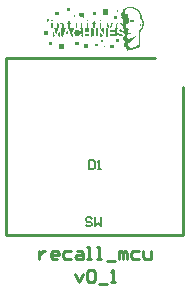
<source format=gto>
G04 Layer_Color=65535*
%FSLAX25Y25*%
%MOIN*%
G70*
G01*
G75*
%ADD17C,0.00600*%
%ADD18C,0.01000*%
G36*
X1684Y38252D02*
X1785D01*
Y38151D01*
X1886D01*
Y38050D01*
Y37949D01*
X1987D01*
Y37848D01*
X2087D01*
Y37747D01*
Y37647D01*
X2188D01*
Y37546D01*
Y37445D01*
X2289D01*
Y37344D01*
X2390D01*
Y37243D01*
Y37142D01*
Y37042D01*
X2592D01*
Y36941D01*
Y36840D01*
X2692D01*
Y36739D01*
X2390D01*
Y36638D01*
X1583D01*
Y36739D01*
Y36840D01*
Y36941D01*
Y37042D01*
Y37142D01*
Y37243D01*
Y37344D01*
Y37445D01*
Y37546D01*
Y37647D01*
Y37747D01*
Y37848D01*
Y37949D01*
Y38050D01*
Y38151D01*
Y38252D01*
Y38353D01*
X1684D01*
Y38252D01*
D02*
G37*
G36*
X4407Y39260D02*
Y39159D01*
Y39059D01*
Y38958D01*
Y38857D01*
Y38756D01*
Y38655D01*
Y38554D01*
Y38453D01*
Y38353D01*
Y38252D01*
Y38151D01*
Y38050D01*
Y37949D01*
Y37848D01*
Y37747D01*
Y37647D01*
Y37546D01*
Y37445D01*
Y37344D01*
Y37243D01*
Y37142D01*
Y37042D01*
Y36941D01*
Y36840D01*
Y36739D01*
Y36638D01*
X3701D01*
Y36739D01*
Y36840D01*
Y36941D01*
Y37042D01*
Y37142D01*
Y37243D01*
Y37344D01*
Y37445D01*
Y37546D01*
Y37647D01*
Y37747D01*
Y37848D01*
Y37949D01*
Y38050D01*
Y38151D01*
Y38252D01*
Y38353D01*
Y38453D01*
Y38554D01*
Y38655D01*
Y38756D01*
Y38857D01*
Y38958D01*
Y39059D01*
Y39159D01*
Y39260D01*
Y39361D01*
X4407D01*
Y39260D01*
D02*
G37*
G36*
X-535D02*
X-434D01*
Y39159D01*
Y39059D01*
Y38958D01*
Y38857D01*
Y38756D01*
Y38655D01*
Y38554D01*
Y38453D01*
Y38353D01*
Y38252D01*
Y38151D01*
Y38050D01*
Y37949D01*
Y37848D01*
Y37747D01*
Y37647D01*
Y37546D01*
Y37445D01*
Y37344D01*
Y37243D01*
Y37142D01*
Y37042D01*
Y36941D01*
Y36840D01*
Y36739D01*
X-1039D01*
Y36638D01*
X-1140D01*
Y36739D01*
Y36840D01*
Y36941D01*
Y37042D01*
Y37142D01*
Y37243D01*
Y37344D01*
Y37445D01*
Y37546D01*
Y37647D01*
Y37747D01*
Y37848D01*
Y37949D01*
Y38050D01*
Y38151D01*
Y38252D01*
Y38353D01*
Y38453D01*
Y38554D01*
Y38655D01*
Y38756D01*
Y38857D01*
Y38958D01*
Y39059D01*
Y39159D01*
Y39260D01*
Y39361D01*
X-535D01*
Y39260D01*
D02*
G37*
G36*
X-10821Y41176D02*
X-10619D01*
Y41076D01*
X-10518D01*
Y40975D01*
X-10418D01*
Y40874D01*
Y40773D01*
Y40672D01*
X-10317D01*
Y40571D01*
Y40470D01*
Y40369D01*
Y40269D01*
Y40168D01*
Y40067D01*
Y39966D01*
Y39865D01*
Y39764D01*
Y39664D01*
Y39563D01*
Y39462D01*
Y39361D01*
X-9712D01*
Y39260D01*
Y39159D01*
Y39059D01*
X-9813D01*
Y38958D01*
Y38857D01*
Y38756D01*
X-9913D01*
Y38655D01*
Y38554D01*
X-10014D01*
Y38453D01*
Y38353D01*
Y38252D01*
X-10115D01*
Y38151D01*
Y38050D01*
X-10216D01*
Y37949D01*
Y37848D01*
Y37747D01*
X-10317D01*
Y37647D01*
Y37546D01*
Y37445D01*
X-10418D01*
Y37344D01*
Y37243D01*
X-10518D01*
Y37142D01*
Y37042D01*
Y36941D01*
X-10619D01*
Y36840D01*
Y36739D01*
X-10720D01*
Y36638D01*
X-10821D01*
Y36739D01*
X-11124D01*
Y36840D01*
Y36941D01*
Y37042D01*
Y37142D01*
Y37243D01*
Y37344D01*
Y37445D01*
Y37546D01*
Y37647D01*
Y37747D01*
Y37848D01*
Y37949D01*
Y38050D01*
Y38151D01*
Y38252D01*
Y38353D01*
Y38453D01*
Y38554D01*
Y38655D01*
Y38756D01*
Y38857D01*
Y38958D01*
Y39059D01*
Y39159D01*
Y39260D01*
Y39361D01*
X-10821D01*
Y39462D01*
Y39563D01*
Y39664D01*
Y39764D01*
Y39865D01*
Y39966D01*
Y40067D01*
Y40168D01*
Y40269D01*
Y40369D01*
Y40470D01*
Y40571D01*
Y40672D01*
X-10922D01*
Y40773D01*
X-11023D01*
Y40874D01*
X-11124D01*
Y40975D01*
X-11729D01*
Y41076D01*
X-11628D01*
Y41176D01*
X-11426D01*
Y41277D01*
X-10821D01*
Y41176D01*
D02*
G37*
G36*
X-8401Y41781D02*
Y41680D01*
Y41580D01*
Y41479D01*
Y41378D01*
Y41277D01*
Y41176D01*
X-7896D01*
Y41076D01*
Y40975D01*
X-8300D01*
Y40874D01*
Y40773D01*
X-8401D01*
Y40672D01*
Y40571D01*
X-8300D01*
Y40470D01*
Y40369D01*
X-8401D01*
Y40269D01*
Y40168D01*
Y40067D01*
Y39966D01*
Y39865D01*
Y39764D01*
Y39664D01*
Y39563D01*
Y39462D01*
X-8300D01*
Y39361D01*
X-6787D01*
Y39260D01*
X-6888D01*
Y39159D01*
X-6989D01*
Y39059D01*
X-7090D01*
Y38958D01*
X-7191D01*
Y38857D01*
X-7291D01*
Y38756D01*
Y38655D01*
X-7392D01*
Y38554D01*
Y38453D01*
Y38353D01*
Y38252D01*
X-7493D01*
Y38151D01*
Y38050D01*
Y37949D01*
Y37848D01*
Y37747D01*
Y37647D01*
Y37546D01*
Y37445D01*
X-7392D01*
Y37344D01*
Y37243D01*
Y37142D01*
X-7291D01*
Y37042D01*
Y36941D01*
X-7191D01*
Y36840D01*
Y36739D01*
X-7392D01*
Y36638D01*
X-7594D01*
Y36739D01*
X-7896D01*
Y36840D01*
Y36941D01*
Y37042D01*
X-7997D01*
Y37142D01*
Y37243D01*
X-8098D01*
Y37344D01*
Y37445D01*
Y37546D01*
X-8199D01*
Y37647D01*
Y37747D01*
Y37848D01*
X-8300D01*
Y37949D01*
Y38050D01*
X-8401D01*
Y38151D01*
Y38252D01*
Y38353D01*
X-8501D01*
Y38453D01*
Y38554D01*
Y38655D01*
Y38756D01*
X-8602D01*
Y38857D01*
Y38958D01*
X-8703D01*
Y39059D01*
Y39159D01*
Y39260D01*
X-8804D01*
Y39361D01*
Y39462D01*
Y39563D01*
Y39664D01*
Y39764D01*
X-8905D01*
Y39865D01*
Y39966D01*
Y40067D01*
Y40168D01*
Y40269D01*
Y40369D01*
Y40470D01*
Y40571D01*
Y40672D01*
Y40773D01*
Y40874D01*
Y40975D01*
X-9308D01*
Y41076D01*
Y41176D01*
X-8905D01*
Y41277D01*
X-8804D01*
Y41378D01*
Y41479D01*
Y41580D01*
Y41680D01*
Y41781D01*
Y41882D01*
X-8401D01*
Y41781D01*
D02*
G37*
G36*
X-8602Y36840D02*
Y36739D01*
X-9913D01*
Y36840D01*
Y36941D01*
X-8602D01*
Y36840D01*
D02*
G37*
G36*
X-9107Y38453D02*
Y38353D01*
Y38252D01*
X-9006D01*
Y38151D01*
Y38050D01*
Y37949D01*
X-8905D01*
Y37848D01*
Y37747D01*
Y37647D01*
X-8804D01*
Y37546D01*
X-8905D01*
Y37445D01*
X-9611D01*
Y37546D01*
Y37647D01*
Y37747D01*
Y37848D01*
X-9510D01*
Y37949D01*
Y38050D01*
Y38151D01*
X-9409D01*
Y38252D01*
Y38353D01*
X-9308D01*
Y38453D01*
Y38554D01*
X-9107D01*
Y38453D01*
D02*
G37*
G36*
X2188Y41076D02*
Y40975D01*
Y40874D01*
Y40773D01*
Y40672D01*
Y40571D01*
Y40470D01*
Y40369D01*
Y40269D01*
Y40168D01*
Y40067D01*
Y39966D01*
Y39865D01*
Y39764D01*
Y39664D01*
Y39563D01*
Y39462D01*
Y39361D01*
Y39260D01*
X2289D01*
Y39361D01*
X3096D01*
Y39260D01*
Y39159D01*
Y39059D01*
Y38958D01*
Y38857D01*
Y38756D01*
Y38655D01*
Y38554D01*
Y38453D01*
Y38353D01*
Y38252D01*
Y38151D01*
Y38050D01*
Y37949D01*
Y37848D01*
Y37747D01*
Y37647D01*
Y37546D01*
Y37445D01*
X2894D01*
Y37546D01*
Y37647D01*
X2793D01*
Y37747D01*
X2692D01*
Y37848D01*
Y37949D01*
X2592D01*
Y38050D01*
Y38151D01*
X2491D01*
Y38252D01*
X2390D01*
Y38353D01*
Y38453D01*
X2289D01*
Y38554D01*
X2188D01*
Y38655D01*
Y38756D01*
X2087D01*
Y38857D01*
Y38958D01*
X1987D01*
Y39059D01*
X1886D01*
Y39159D01*
Y39260D01*
X1785D01*
Y39361D01*
X1684D01*
Y39462D01*
Y39563D01*
Y39664D01*
Y39764D01*
Y39865D01*
Y39966D01*
Y40067D01*
Y40168D01*
Y40269D01*
Y40369D01*
Y40470D01*
Y40571D01*
Y40672D01*
Y40773D01*
Y40874D01*
Y40975D01*
Y41076D01*
Y41176D01*
X2188D01*
Y41076D01*
D02*
G37*
G36*
X-15964Y38453D02*
X-15460D01*
Y38353D01*
Y38252D01*
Y38151D01*
Y38050D01*
Y37949D01*
Y37848D01*
Y37747D01*
Y37647D01*
Y37546D01*
Y37445D01*
Y37344D01*
X-16468D01*
Y37243D01*
X-16670D01*
Y37344D01*
X-16872D01*
Y37445D01*
Y37546D01*
Y37647D01*
Y37747D01*
Y37848D01*
Y37949D01*
Y38050D01*
Y38151D01*
Y38252D01*
Y38353D01*
Y38453D01*
X-16468D01*
Y38554D01*
X-15964D01*
Y38453D01*
D02*
G37*
G36*
X-1846Y37546D02*
Y37445D01*
Y37344D01*
Y37243D01*
Y37142D01*
Y37042D01*
Y36941D01*
Y36840D01*
Y36739D01*
X-3157D01*
Y36840D01*
Y36941D01*
Y37042D01*
Y37142D01*
Y37243D01*
Y37344D01*
Y37445D01*
Y37546D01*
Y37647D01*
X-1846D01*
Y37546D01*
D02*
G37*
G36*
X978Y39260D02*
Y39159D01*
Y39059D01*
Y38958D01*
Y38857D01*
Y38756D01*
Y38655D01*
Y38554D01*
Y38453D01*
Y38353D01*
Y38252D01*
Y38151D01*
Y38050D01*
Y37949D01*
Y37848D01*
Y37747D01*
Y37647D01*
Y37546D01*
Y37445D01*
Y37344D01*
Y37243D01*
Y37142D01*
Y37042D01*
Y36941D01*
Y36840D01*
Y36739D01*
X272D01*
Y36840D01*
Y36941D01*
Y37042D01*
Y37142D01*
Y37243D01*
Y37344D01*
Y37445D01*
Y37546D01*
Y37647D01*
Y37747D01*
Y37848D01*
Y37949D01*
Y38050D01*
Y38151D01*
Y38252D01*
Y38353D01*
Y38453D01*
Y38554D01*
Y38655D01*
Y38756D01*
Y38857D01*
Y38958D01*
Y39059D01*
Y39159D01*
Y39260D01*
Y39361D01*
X978D01*
Y39260D01*
D02*
G37*
G36*
X3398Y33310D02*
Y33209D01*
Y33109D01*
X2995D01*
Y33209D01*
Y33310D01*
Y33411D01*
X3398D01*
Y33310D01*
D02*
G37*
G36*
X1079Y34218D02*
Y34117D01*
Y34016D01*
Y33915D01*
Y33814D01*
Y33714D01*
Y33613D01*
Y33512D01*
Y33411D01*
X171D01*
Y33512D01*
Y33613D01*
Y33714D01*
Y33814D01*
Y33915D01*
Y34016D01*
Y34117D01*
Y34218D01*
Y34319D01*
X1079D01*
Y34218D01*
D02*
G37*
G36*
X-2148Y34016D02*
Y33915D01*
Y33814D01*
Y33714D01*
Y33613D01*
Y33512D01*
Y33411D01*
Y33310D01*
Y33209D01*
Y33109D01*
Y33008D01*
Y32907D01*
X-3459D01*
Y33008D01*
Y33109D01*
Y33209D01*
Y33310D01*
Y33411D01*
Y33512D01*
Y33613D01*
Y33714D01*
Y33814D01*
Y33915D01*
Y34016D01*
X-3358D01*
Y34117D01*
X-2148D01*
Y34016D01*
D02*
G37*
G36*
X-10216Y34117D02*
Y34016D01*
Y33915D01*
Y33814D01*
Y33714D01*
Y33613D01*
Y33512D01*
Y33411D01*
Y33310D01*
Y33209D01*
Y33109D01*
Y33008D01*
Y32907D01*
Y32806D01*
Y32705D01*
Y32604D01*
Y32504D01*
X-10418D01*
Y32403D01*
X-11729D01*
Y32504D01*
X-12031D01*
Y32604D01*
Y32705D01*
Y32806D01*
Y32907D01*
Y33008D01*
Y33109D01*
Y33209D01*
Y33310D01*
Y33411D01*
Y33512D01*
Y33613D01*
Y33714D01*
Y33814D01*
Y33915D01*
Y34016D01*
Y34117D01*
Y34218D01*
X-10216D01*
Y34117D01*
D02*
G37*
G36*
X6323Y33814D02*
Y33714D01*
Y33613D01*
Y33512D01*
Y33411D01*
Y33310D01*
Y33209D01*
Y33109D01*
Y33008D01*
Y32907D01*
Y32806D01*
Y32705D01*
X5012D01*
Y32806D01*
Y32907D01*
Y33008D01*
Y33109D01*
Y33209D01*
Y33310D01*
Y33411D01*
Y33512D01*
Y33613D01*
Y33714D01*
Y33814D01*
Y33915D01*
X6323D01*
Y33814D01*
D02*
G37*
G36*
X-14149Y34621D02*
Y34520D01*
Y34420D01*
Y34319D01*
Y34218D01*
Y34117D01*
Y34016D01*
Y33915D01*
Y33814D01*
Y33714D01*
X-15157D01*
Y33814D01*
Y33915D01*
Y34016D01*
Y34117D01*
Y34218D01*
Y34319D01*
Y34420D01*
Y34520D01*
Y34621D01*
Y34722D01*
X-14149D01*
Y34621D01*
D02*
G37*
G36*
X-13947Y38252D02*
X-13846D01*
Y38151D01*
Y38050D01*
X-13746D01*
Y37949D01*
Y37848D01*
Y37747D01*
X-13645D01*
Y37647D01*
Y37546D01*
Y37445D01*
X-13544D01*
Y37344D01*
Y37243D01*
Y37142D01*
X-13443D01*
Y37042D01*
Y36941D01*
Y36840D01*
X-13342D01*
Y36739D01*
X-13544D01*
Y36638D01*
X-13846D01*
Y36739D01*
X-14048D01*
Y36840D01*
Y36941D01*
Y37042D01*
Y37142D01*
Y37243D01*
Y37344D01*
Y37445D01*
Y37546D01*
Y37647D01*
Y37747D01*
Y37848D01*
Y37949D01*
Y38050D01*
Y38151D01*
Y38252D01*
Y38353D01*
X-13947D01*
Y38252D01*
D02*
G37*
G36*
X-11829D02*
X-11729D01*
Y38151D01*
Y38050D01*
Y37949D01*
Y37848D01*
Y37747D01*
Y37647D01*
Y37546D01*
Y37445D01*
Y37344D01*
Y37243D01*
Y37142D01*
Y37042D01*
Y36941D01*
Y36840D01*
Y36739D01*
Y36638D01*
X-12031D01*
Y36739D01*
X-12434D01*
Y36840D01*
Y36941D01*
X-12334D01*
Y37042D01*
Y37142D01*
Y37243D01*
X-12233D01*
Y37344D01*
Y37445D01*
X-12132D01*
Y37546D01*
Y37647D01*
Y37747D01*
X-12031D01*
Y37848D01*
Y37949D01*
Y38050D01*
X-11930D01*
Y38151D01*
Y38252D01*
Y38353D01*
X-11829D01*
Y38252D01*
D02*
G37*
G36*
X8138Y35831D02*
Y35731D01*
Y35630D01*
Y35529D01*
Y35428D01*
Y35327D01*
Y35226D01*
Y35125D01*
Y35025D01*
Y34924D01*
X7130D01*
Y35025D01*
Y35125D01*
Y35226D01*
Y35327D01*
Y35428D01*
Y35529D01*
Y35630D01*
Y35731D01*
Y35831D01*
Y35932D01*
X8138D01*
Y35831D01*
D02*
G37*
G36*
X-5375Y34823D02*
Y34722D01*
Y34621D01*
Y34520D01*
Y34420D01*
Y34319D01*
Y34218D01*
Y34117D01*
Y34016D01*
Y33915D01*
X-6485D01*
Y34016D01*
Y34117D01*
Y34218D01*
Y34319D01*
Y34420D01*
Y34520D01*
Y34621D01*
Y34722D01*
Y34823D01*
Y34924D01*
X-5375D01*
Y34823D01*
D02*
G37*
G36*
X2692Y35428D02*
Y35327D01*
Y35226D01*
Y35125D01*
Y35025D01*
Y34924D01*
Y34823D01*
X2087D01*
Y34924D01*
X1987D01*
Y35025D01*
Y35125D01*
Y35226D01*
X2087D01*
Y35327D01*
Y35428D01*
Y35529D01*
X2692D01*
Y35428D01*
D02*
G37*
G36*
X-2350Y41176D02*
X-2148D01*
Y41076D01*
Y40975D01*
Y40874D01*
Y40773D01*
Y40672D01*
Y40571D01*
Y40470D01*
Y40369D01*
Y40269D01*
Y40168D01*
Y40067D01*
Y39966D01*
Y39865D01*
Y39764D01*
Y39664D01*
Y39563D01*
Y39462D01*
Y39361D01*
X-1846D01*
Y39260D01*
Y39159D01*
Y39059D01*
Y38958D01*
Y38857D01*
Y38756D01*
Y38655D01*
Y38554D01*
Y38453D01*
Y38353D01*
Y38252D01*
X-3157D01*
Y38353D01*
Y38453D01*
Y38554D01*
Y38655D01*
Y38756D01*
Y38857D01*
Y38958D01*
Y39059D01*
Y39159D01*
Y39260D01*
Y39361D01*
X-2652D01*
Y39462D01*
Y39563D01*
Y39664D01*
Y39764D01*
Y39865D01*
Y39966D01*
Y40067D01*
Y40168D01*
Y40269D01*
Y40369D01*
Y40470D01*
Y40571D01*
Y40672D01*
Y40773D01*
Y40874D01*
Y40975D01*
X-2753D01*
Y41076D01*
X-2652D01*
Y41176D01*
X-2551D01*
Y41277D01*
X-2350D01*
Y41176D01*
D02*
G37*
G36*
X7533Y43395D02*
Y43294D01*
Y43193D01*
Y43092D01*
Y42992D01*
Y42891D01*
Y42790D01*
Y42689D01*
Y42588D01*
X7432D01*
Y42487D01*
X7231D01*
Y42386D01*
X6626D01*
Y42487D01*
X6525D01*
Y42588D01*
Y42689D01*
Y42790D01*
Y42891D01*
Y42992D01*
Y43092D01*
Y43193D01*
Y43294D01*
Y43395D01*
Y43496D01*
X7533D01*
Y43395D01*
D02*
G37*
G36*
X-3560Y44504D02*
X-3661D01*
Y44403D01*
Y44302D01*
Y44202D01*
Y44101D01*
Y44000D01*
Y43899D01*
X-3560D01*
Y43798D01*
Y43698D01*
Y43597D01*
Y43496D01*
Y43395D01*
Y43294D01*
Y43193D01*
Y43092D01*
X-3762D01*
Y42992D01*
X-3863D01*
Y43092D01*
X-5073D01*
Y43193D01*
Y43294D01*
Y43395D01*
Y43496D01*
X-5174D01*
Y43597D01*
Y43698D01*
Y43798D01*
Y43899D01*
Y44000D01*
Y44101D01*
Y44202D01*
Y44302D01*
Y44403D01*
Y44504D01*
Y44605D01*
X-3560D01*
Y44504D01*
D02*
G37*
G36*
X2188Y41983D02*
Y41882D01*
Y41781D01*
X1684D01*
Y41882D01*
Y41983D01*
Y42084D01*
X2188D01*
Y41983D01*
D02*
G37*
G36*
X-14048D02*
Y41882D01*
Y41781D01*
X-14149D01*
Y41680D01*
X-14351D01*
Y41781D01*
X-14552D01*
Y41882D01*
X-14451D01*
Y41983D01*
X-14552D01*
Y42084D01*
X-14048D01*
Y41983D01*
D02*
G37*
G36*
X-2148D02*
Y41882D01*
Y41781D01*
X-2652D01*
Y41882D01*
Y41983D01*
Y42084D01*
X-2148D01*
Y41983D01*
D02*
G37*
G36*
X-6485Y43798D02*
Y43698D01*
Y43597D01*
X-6384D01*
Y43496D01*
Y43395D01*
X-6485D01*
Y43294D01*
X-6989D01*
Y43395D01*
Y43496D01*
Y43597D01*
Y43698D01*
Y43798D01*
Y43899D01*
X-6485D01*
Y43798D01*
D02*
G37*
G36*
X7836Y45412D02*
Y45311D01*
Y45210D01*
Y45109D01*
Y45009D01*
Y44908D01*
X7937D01*
Y44807D01*
X7231D01*
Y44908D01*
Y45009D01*
Y45109D01*
Y45210D01*
Y45311D01*
Y45412D01*
Y45513D01*
X7836D01*
Y45412D01*
D02*
G37*
G36*
X-8300Y46219D02*
X-8199D01*
Y46118D01*
X-8300D01*
Y46017D01*
Y45916D01*
Y45815D01*
Y45714D01*
Y45614D01*
Y45513D01*
Y45412D01*
Y45311D01*
X-9308D01*
Y45412D01*
Y45513D01*
Y45614D01*
Y45714D01*
Y45815D01*
Y45916D01*
Y46017D01*
Y46118D01*
Y46219D01*
Y46319D01*
X-8300D01*
Y46219D01*
D02*
G37*
G36*
X3600Y45714D02*
X4508D01*
Y45614D01*
Y45513D01*
Y45412D01*
Y45311D01*
Y45210D01*
Y45109D01*
Y45009D01*
Y44908D01*
Y44807D01*
Y44706D01*
Y44605D01*
Y44504D01*
Y44403D01*
Y44302D01*
Y44202D01*
Y44101D01*
Y44000D01*
X2793D01*
Y44101D01*
Y44202D01*
Y44302D01*
Y44403D01*
Y44504D01*
Y44605D01*
Y44706D01*
Y44807D01*
Y44908D01*
Y45009D01*
Y45109D01*
Y45210D01*
X2692D01*
Y45311D01*
X2793D01*
Y45412D01*
Y45513D01*
Y45614D01*
Y45714D01*
X2995D01*
Y45815D01*
X3600D01*
Y45714D01*
D02*
G37*
G36*
X-11930Y44908D02*
X-12031D01*
Y44807D01*
Y44706D01*
Y44605D01*
Y44504D01*
Y44403D01*
Y44302D01*
X-11930D01*
Y44202D01*
Y44101D01*
Y44000D01*
Y43899D01*
Y43798D01*
X-13140D01*
Y43899D01*
Y44000D01*
Y44101D01*
Y44202D01*
Y44302D01*
Y44403D01*
Y44504D01*
Y44605D01*
Y44706D01*
Y44807D01*
Y44908D01*
Y45009D01*
X-11930D01*
Y44908D01*
D02*
G37*
G36*
X373D02*
Y44807D01*
Y44706D01*
Y44605D01*
Y44504D01*
Y44403D01*
Y44302D01*
Y44202D01*
Y44101D01*
Y44000D01*
Y43899D01*
Y43798D01*
X-837D01*
Y43899D01*
X-736D01*
Y44000D01*
Y44101D01*
Y44202D01*
Y44302D01*
Y44403D01*
Y44504D01*
Y44605D01*
Y44706D01*
Y44807D01*
Y44908D01*
X-837D01*
Y45009D01*
X373D01*
Y44908D01*
D02*
G37*
G36*
X-14048Y41076D02*
Y40975D01*
Y40874D01*
Y40773D01*
Y40672D01*
Y40571D01*
Y40470D01*
Y40369D01*
Y40269D01*
Y40168D01*
Y40067D01*
Y39966D01*
Y39865D01*
Y39764D01*
Y39664D01*
X-14149D01*
Y39563D01*
Y39462D01*
X-14552D01*
Y39563D01*
Y39664D01*
Y39764D01*
Y39865D01*
Y39966D01*
Y40067D01*
Y40168D01*
Y40269D01*
Y40369D01*
Y40470D01*
Y40571D01*
Y40672D01*
Y40773D01*
Y40874D01*
Y40975D01*
Y41076D01*
Y41176D01*
X-14048D01*
Y41076D01*
D02*
G37*
G36*
X-30Y41781D02*
Y41680D01*
Y41580D01*
Y41479D01*
Y41378D01*
Y41277D01*
Y41176D01*
X474D01*
Y41076D01*
Y40975D01*
X171D01*
Y40874D01*
X71D01*
Y40975D01*
Y41076D01*
X-30D01*
Y40975D01*
Y40874D01*
Y40773D01*
Y40672D01*
Y40571D01*
Y40470D01*
Y40369D01*
Y40269D01*
Y40168D01*
Y40067D01*
Y39966D01*
Y39865D01*
Y39764D01*
Y39664D01*
Y39563D01*
Y39462D01*
X-434D01*
Y39563D01*
X-535D01*
Y39664D01*
Y39764D01*
Y39865D01*
Y39966D01*
Y40067D01*
Y40168D01*
Y40269D01*
Y40369D01*
Y40470D01*
Y40571D01*
Y40672D01*
Y40773D01*
Y40874D01*
Y40975D01*
Y41076D01*
X-636D01*
Y40975D01*
X-837D01*
Y41076D01*
X-938D01*
Y41176D01*
X-535D01*
Y41277D01*
Y41378D01*
X-434D01*
Y41479D01*
Y41580D01*
Y41680D01*
Y41781D01*
Y41882D01*
X-30D01*
Y41781D01*
D02*
G37*
G36*
X6020Y41076D02*
X5920D01*
Y40975D01*
Y40874D01*
Y40773D01*
X5819D01*
Y40672D01*
Y40571D01*
Y40470D01*
X5718D01*
Y40369D01*
Y40269D01*
X5617D01*
Y40168D01*
Y40067D01*
Y39966D01*
X5516D01*
Y39865D01*
Y39764D01*
Y39664D01*
X5415D01*
Y39563D01*
Y39462D01*
X4407D01*
Y39563D01*
Y39664D01*
X4306D01*
Y39764D01*
Y39865D01*
Y39966D01*
X4205D01*
Y40067D01*
Y40168D01*
X4104D01*
Y40269D01*
Y40369D01*
Y40470D01*
Y40571D01*
X4003D01*
Y40672D01*
Y40773D01*
X3903D01*
Y40874D01*
Y40975D01*
Y41076D01*
X3802D01*
Y41176D01*
X4306D01*
Y41076D01*
Y40975D01*
X4407D01*
Y40874D01*
Y40773D01*
Y40672D01*
X4508D01*
Y40571D01*
Y40470D01*
Y40369D01*
X4609D01*
Y40269D01*
Y40168D01*
Y40067D01*
X4709D01*
Y39966D01*
Y39865D01*
Y39764D01*
Y39664D01*
X4810D01*
Y39563D01*
X5012D01*
Y39664D01*
X5113D01*
Y39764D01*
Y39865D01*
X5214D01*
Y39966D01*
Y40067D01*
X5314D01*
Y40168D01*
Y40269D01*
Y40369D01*
Y40470D01*
X5415D01*
Y40571D01*
X5516D01*
Y40672D01*
X5415D01*
Y40773D01*
Y40874D01*
X5516D01*
Y40975D01*
Y41076D01*
X5617D01*
Y41176D01*
X6020D01*
Y41076D01*
D02*
G37*
G36*
X-5880D02*
Y40975D01*
Y40874D01*
Y40773D01*
Y40672D01*
Y40571D01*
Y40470D01*
Y40369D01*
Y40269D01*
Y40168D01*
Y40067D01*
Y39966D01*
Y39865D01*
Y39764D01*
Y39664D01*
Y39563D01*
Y39462D01*
X-6384D01*
Y39563D01*
Y39664D01*
Y39764D01*
Y39865D01*
Y39966D01*
Y40067D01*
Y40168D01*
Y40269D01*
Y40369D01*
Y40470D01*
Y40571D01*
Y40672D01*
Y40773D01*
Y40874D01*
Y40975D01*
Y41076D01*
Y41176D01*
X-5880D01*
Y41076D01*
D02*
G37*
G36*
X-4165D02*
Y40975D01*
Y40874D01*
Y40773D01*
Y40672D01*
Y40571D01*
Y40470D01*
Y40369D01*
Y40269D01*
Y40168D01*
Y40067D01*
Y39966D01*
Y39865D01*
Y39764D01*
Y39664D01*
Y39563D01*
Y39462D01*
Y39361D01*
X-3863D01*
Y39260D01*
Y39159D01*
Y39059D01*
Y38958D01*
Y38857D01*
Y38756D01*
Y38655D01*
Y38554D01*
Y38453D01*
Y38353D01*
Y38252D01*
Y38151D01*
Y38050D01*
Y37949D01*
Y37848D01*
Y37747D01*
Y37647D01*
Y37546D01*
Y37445D01*
Y37344D01*
Y37243D01*
Y37142D01*
Y37042D01*
Y36941D01*
Y36840D01*
Y36739D01*
Y36638D01*
X-4367D01*
Y36739D01*
X-4669D01*
Y36840D01*
X-4569D01*
Y36941D01*
Y37042D01*
X-4468D01*
Y37142D01*
Y37243D01*
Y37344D01*
X-4367D01*
Y37445D01*
X-5073D01*
Y37344D01*
X-5174D01*
Y37243D01*
Y37142D01*
Y37042D01*
X-5274D01*
Y36941D01*
X-5375D01*
Y36840D01*
X-5577D01*
Y36739D01*
X-6081D01*
Y36840D01*
X-6283D01*
Y36941D01*
X-6485D01*
Y37042D01*
X-6585D01*
Y37142D01*
Y37243D01*
X-6686D01*
Y37344D01*
Y37445D01*
X-6585D01*
Y37546D01*
X-6787D01*
Y37647D01*
Y37747D01*
Y37848D01*
Y37949D01*
Y38050D01*
Y38151D01*
X-6686D01*
Y38252D01*
Y38353D01*
Y38453D01*
Y38554D01*
X-6585D01*
Y38655D01*
X-6485D01*
Y38756D01*
X-6384D01*
Y38857D01*
X-6283D01*
Y38958D01*
X-5476D01*
Y38857D01*
X-5375D01*
Y38756D01*
X-5274D01*
Y38655D01*
X-5174D01*
Y38554D01*
Y38453D01*
X-4468D01*
Y38554D01*
Y38655D01*
Y38756D01*
Y38857D01*
X-4569D01*
Y38958D01*
X-4669D01*
Y39059D01*
X-4770D01*
Y39159D01*
Y39260D01*
X-4972D01*
Y39361D01*
X-4770D01*
Y39462D01*
Y39563D01*
X-4669D01*
Y39664D01*
Y39764D01*
Y39865D01*
Y39966D01*
Y40067D01*
Y40168D01*
Y40269D01*
Y40369D01*
Y40470D01*
Y40571D01*
Y40672D01*
Y40773D01*
Y40874D01*
Y40975D01*
Y41076D01*
Y41176D01*
X-4165D01*
Y41076D01*
D02*
G37*
G36*
X-15359Y42286D02*
Y42185D01*
Y42084D01*
Y41983D01*
Y41882D01*
Y41781D01*
Y41680D01*
X-15561D01*
Y41580D01*
X-15863D01*
Y41680D01*
X-15964D01*
Y41781D01*
Y41882D01*
Y41983D01*
Y42084D01*
Y42185D01*
Y42286D01*
Y42386D01*
X-15359D01*
Y42286D01*
D02*
G37*
G36*
X11668Y46521D02*
X12273D01*
Y46420D01*
X13181D01*
Y46319D01*
X13382D01*
Y46219D01*
X13483D01*
Y46118D01*
X13685D01*
Y46017D01*
X13886D01*
Y45916D01*
X14088D01*
Y45815D01*
X14189D01*
Y45714D01*
X14290D01*
Y45614D01*
X14391D01*
Y45513D01*
X14491D01*
Y45412D01*
X14592D01*
Y45311D01*
X14693D01*
Y45210D01*
X14794D01*
Y45109D01*
X14895D01*
Y45009D01*
X14996D01*
Y44908D01*
X15097D01*
Y44807D01*
Y44706D01*
X15198D01*
Y44605D01*
Y44504D01*
X15298D01*
Y44403D01*
Y44302D01*
X15399D01*
Y44202D01*
Y44101D01*
Y44000D01*
X15500D01*
Y43899D01*
Y43798D01*
Y43698D01*
X15601D01*
Y43597D01*
Y43496D01*
Y43395D01*
Y43294D01*
X15702D01*
Y43193D01*
Y43092D01*
Y42992D01*
Y42891D01*
Y42790D01*
Y42689D01*
Y42588D01*
X15802D01*
Y42487D01*
X15903D01*
Y42386D01*
X16004D01*
Y42286D01*
X16105D01*
Y42185D01*
Y42084D01*
X16206D01*
Y41983D01*
Y41882D01*
Y41781D01*
X16307D01*
Y41680D01*
Y41580D01*
Y41479D01*
Y41378D01*
X16408D01*
Y41277D01*
Y41176D01*
Y41076D01*
Y40975D01*
Y40874D01*
Y40773D01*
Y40672D01*
Y40571D01*
Y40470D01*
Y40369D01*
Y40269D01*
X16307D01*
Y40168D01*
X16206D01*
Y40067D01*
Y39966D01*
Y39865D01*
Y39764D01*
X16105D01*
Y39664D01*
X16004D01*
Y39563D01*
Y39462D01*
X15903D01*
Y39361D01*
Y39260D01*
X15802D01*
Y39159D01*
Y39059D01*
X15702D01*
Y38958D01*
X15601D01*
Y38857D01*
X15298D01*
Y38756D01*
Y38655D01*
Y38554D01*
Y38453D01*
Y38353D01*
Y38252D01*
X15198D01*
Y38151D01*
Y38050D01*
Y37949D01*
Y37848D01*
Y37747D01*
Y37647D01*
Y37546D01*
Y37445D01*
Y37344D01*
Y37243D01*
Y37142D01*
Y37042D01*
Y36941D01*
Y36840D01*
Y36739D01*
Y36638D01*
Y36537D01*
Y36437D01*
Y36336D01*
Y36235D01*
Y36134D01*
Y36033D01*
Y35932D01*
Y35831D01*
Y35731D01*
Y35630D01*
Y35529D01*
Y35428D01*
Y35327D01*
Y35226D01*
Y35125D01*
Y35025D01*
Y34924D01*
Y34823D01*
Y34722D01*
Y34621D01*
Y34520D01*
Y34420D01*
Y34319D01*
Y34218D01*
Y34117D01*
Y34016D01*
Y33915D01*
Y33814D01*
Y33714D01*
Y33613D01*
Y33512D01*
Y33411D01*
X15097D01*
Y33310D01*
X14996D01*
Y33209D01*
X14794D01*
Y33109D01*
X14592D01*
Y33008D01*
X14391D01*
Y32907D01*
X14189D01*
Y32806D01*
X13987D01*
Y32705D01*
X13786D01*
Y32604D01*
X13483D01*
Y32504D01*
X13382D01*
Y32403D01*
X12777D01*
Y32302D01*
X12273D01*
Y32201D01*
X11567D01*
Y32100D01*
X10962D01*
Y31999D01*
X10659D01*
Y32100D01*
Y32201D01*
X10559D01*
Y32302D01*
Y32403D01*
X10458D01*
Y32504D01*
Y32604D01*
X10357D01*
Y32705D01*
Y32806D01*
X10256D01*
Y32907D01*
Y33008D01*
Y33109D01*
Y33209D01*
X10155D01*
Y33310D01*
X9752D01*
Y33411D01*
Y33512D01*
Y33613D01*
X9651D01*
Y33714D01*
Y33814D01*
X9752D01*
Y33915D01*
Y34016D01*
Y34117D01*
X9953D01*
Y34218D01*
Y34319D01*
X9853D01*
Y34420D01*
Y34520D01*
Y34621D01*
X9953D01*
Y34722D01*
Y34823D01*
Y34924D01*
Y35025D01*
X9853D01*
Y35125D01*
Y35226D01*
Y35327D01*
Y35428D01*
Y35529D01*
Y35630D01*
X9449D01*
Y35731D01*
X9348D01*
Y35831D01*
Y35932D01*
Y36033D01*
Y36134D01*
Y36235D01*
Y36336D01*
X9449D01*
Y36437D01*
Y36537D01*
X9651D01*
Y36437D01*
X9853D01*
Y36537D01*
Y36638D01*
Y36739D01*
Y36840D01*
X9953D01*
Y36941D01*
Y37042D01*
Y37142D01*
Y37243D01*
Y37344D01*
Y37445D01*
Y37546D01*
X9853D01*
Y37647D01*
Y37747D01*
X9752D01*
Y37848D01*
Y37949D01*
X9449D01*
Y38050D01*
X9247D01*
Y38151D01*
Y38252D01*
X9147D01*
Y38151D01*
X8844D01*
Y38252D01*
X8441D01*
Y38353D01*
X8138D01*
Y38453D01*
X8037D01*
Y38554D01*
Y38655D01*
Y38756D01*
Y38857D01*
X8138D01*
Y38958D01*
X8239D01*
Y39059D01*
X8844D01*
Y38958D01*
Y38857D01*
X8945D01*
Y38958D01*
X9046D01*
Y38857D01*
X9147D01*
Y38756D01*
Y38655D01*
Y38554D01*
X9853D01*
Y38655D01*
Y38756D01*
Y38857D01*
Y38958D01*
X9752D01*
Y39059D01*
Y39159D01*
X9651D01*
Y39260D01*
X9550D01*
Y39361D01*
X9348D01*
Y39462D01*
X8844D01*
Y39563D01*
X9247D01*
Y39664D01*
X9348D01*
Y39764D01*
Y39865D01*
X9247D01*
Y39966D01*
Y40067D01*
X9147D01*
Y40168D01*
X7533D01*
Y40067D01*
X7432D01*
Y39966D01*
Y39865D01*
Y39764D01*
Y39664D01*
X7533D01*
Y39563D01*
Y39462D01*
X7634D01*
Y39361D01*
Y39260D01*
X7533D01*
Y39159D01*
X7432D01*
Y39059D01*
Y38958D01*
X7331D01*
Y38857D01*
Y38756D01*
Y38655D01*
Y38554D01*
Y38453D01*
Y38353D01*
Y38252D01*
X7432D01*
Y38151D01*
Y38050D01*
X7533D01*
Y37949D01*
X7735D01*
Y37848D01*
X7937D01*
Y37747D01*
X8138D01*
Y37647D01*
X8542D01*
Y37546D01*
X8945D01*
Y37445D01*
X9147D01*
Y37344D01*
X9247D01*
Y37243D01*
Y37142D01*
Y37042D01*
Y36941D01*
Y36840D01*
X9046D01*
Y36739D01*
X8239D01*
Y36840D01*
X8037D01*
Y36941D01*
Y37042D01*
X7937D01*
Y37142D01*
Y37243D01*
X7836D01*
Y37344D01*
X7331D01*
Y37243D01*
X7231D01*
Y37142D01*
Y37042D01*
Y36941D01*
X7331D01*
Y36840D01*
Y36739D01*
X6827D01*
Y36840D01*
X5113D01*
Y36941D01*
Y37042D01*
Y37142D01*
Y37243D01*
Y37344D01*
Y37445D01*
Y37546D01*
Y37647D01*
X6726D01*
Y37747D01*
Y37848D01*
Y37949D01*
Y38050D01*
Y38151D01*
X5214D01*
Y38252D01*
X5113D01*
Y38353D01*
Y38453D01*
Y38554D01*
Y38655D01*
Y38756D01*
Y38857D01*
X5214D01*
Y38958D01*
X6827D01*
Y39059D01*
Y39159D01*
Y39260D01*
Y39361D01*
X7130D01*
Y39462D01*
Y39563D01*
X7029D01*
Y39664D01*
Y39764D01*
Y39865D01*
Y39966D01*
X6928D01*
Y40067D01*
Y40168D01*
Y40269D01*
Y40369D01*
Y40470D01*
Y40571D01*
X7029D01*
Y40672D01*
Y40773D01*
X7130D01*
Y40874D01*
X7231D01*
Y40975D01*
X7331D01*
Y41076D01*
X7533D01*
Y41176D01*
X7735D01*
Y41277D01*
X7836D01*
Y41176D01*
X7937D01*
Y41277D01*
X8340D01*
Y41176D01*
X8441D01*
Y41277D01*
X8642D01*
Y41176D01*
X8743D01*
Y41076D01*
X8945D01*
Y40975D01*
X9046D01*
Y40874D01*
X9247D01*
Y40975D01*
Y41076D01*
Y41176D01*
Y41277D01*
X9348D01*
Y41378D01*
Y41479D01*
Y41580D01*
Y41680D01*
Y41781D01*
Y41882D01*
Y41983D01*
Y42084D01*
Y42185D01*
Y42286D01*
Y42386D01*
Y42487D01*
X9046D01*
Y42588D01*
X8945D01*
Y42689D01*
Y42790D01*
Y42891D01*
X8844D01*
Y42992D01*
Y43092D01*
Y43193D01*
X8945D01*
Y43294D01*
Y43395D01*
X8844D01*
Y43496D01*
X8642D01*
Y43597D01*
Y43698D01*
Y43798D01*
Y43899D01*
Y44000D01*
Y44101D01*
Y44202D01*
Y44302D01*
Y44403D01*
Y44504D01*
Y44605D01*
X9046D01*
Y44706D01*
X9147D01*
Y44807D01*
Y44908D01*
Y45009D01*
X9348D01*
Y45109D01*
Y45210D01*
Y45311D01*
Y45412D01*
Y45513D01*
Y45614D01*
X9550D01*
Y45714D01*
X9651D01*
Y45815D01*
X9853D01*
Y45916D01*
X9953D01*
Y46017D01*
X10155D01*
Y46118D01*
X10256D01*
Y46219D01*
X10458D01*
Y46319D01*
X10559D01*
Y46420D01*
X10962D01*
Y46521D01*
X11466D01*
Y46622D01*
X11668D01*
Y46521D01*
D02*
G37*
G36*
X-12132Y41076D02*
Y40975D01*
X-12031D01*
Y40874D01*
X-11930D01*
Y40773D01*
Y40672D01*
X-12031D01*
Y40571D01*
Y40470D01*
Y40369D01*
Y40269D01*
Y40168D01*
Y40067D01*
Y39966D01*
Y39865D01*
Y39764D01*
Y39664D01*
Y39563D01*
Y39462D01*
X-12132D01*
Y39361D01*
X-12233D01*
Y39260D01*
Y39159D01*
Y39059D01*
X-12334D01*
Y38958D01*
Y38857D01*
Y38756D01*
X-12434D01*
Y38655D01*
X-12535D01*
Y38554D01*
Y38453D01*
Y38353D01*
Y38252D01*
Y38151D01*
X-12636D01*
Y38050D01*
Y37949D01*
Y37848D01*
Y37747D01*
X-12737D01*
Y37647D01*
Y37546D01*
Y37445D01*
X-12838D01*
Y37344D01*
X-12939D01*
Y37445D01*
Y37546D01*
X-13040D01*
Y37647D01*
Y37747D01*
Y37848D01*
X-13140D01*
Y37949D01*
Y38050D01*
Y38151D01*
X-13241D01*
Y38252D01*
Y38353D01*
Y38453D01*
X-13342D01*
Y38554D01*
Y38655D01*
Y38756D01*
X-13443D01*
Y38857D01*
X-13342D01*
Y38958D01*
Y39059D01*
X-13544D01*
Y39159D01*
Y39260D01*
Y39361D01*
X-12535D01*
Y39462D01*
Y39563D01*
Y39664D01*
Y39764D01*
Y39865D01*
Y39966D01*
Y40067D01*
Y40168D01*
Y40269D01*
Y40369D01*
Y40470D01*
Y40571D01*
Y40672D01*
Y40773D01*
Y40874D01*
Y40975D01*
Y41076D01*
Y41176D01*
X-12334D01*
Y41076D01*
X-12233D01*
Y41176D01*
X-12132D01*
Y41076D01*
D02*
G37*
%LPC*%
G36*
X11769Y46118D02*
X10861D01*
Y46017D01*
Y45916D01*
Y45815D01*
X10760D01*
Y45714D01*
X10357D01*
Y45614D01*
Y45513D01*
Y45412D01*
X10054D01*
Y45311D01*
Y45210D01*
Y45109D01*
Y45009D01*
Y44908D01*
Y44807D01*
Y44706D01*
Y44605D01*
Y44504D01*
Y44403D01*
Y44302D01*
Y44202D01*
Y44101D01*
X10962D01*
Y44000D01*
Y43899D01*
Y43798D01*
Y43698D01*
Y43597D01*
Y43496D01*
Y43395D01*
Y43294D01*
Y43193D01*
Y43092D01*
Y42992D01*
Y42891D01*
X11365D01*
Y42790D01*
Y42689D01*
Y42588D01*
Y42487D01*
Y42386D01*
Y42286D01*
Y42185D01*
Y42084D01*
Y41983D01*
Y41882D01*
Y41781D01*
Y41680D01*
Y41580D01*
Y41479D01*
Y41378D01*
X11264D01*
Y41277D01*
X10962D01*
Y41176D01*
Y41076D01*
Y40975D01*
Y40874D01*
X10861D01*
Y40773D01*
X10357D01*
Y40672D01*
Y40571D01*
Y40470D01*
Y40369D01*
Y40269D01*
Y40168D01*
Y40067D01*
Y39966D01*
Y39865D01*
Y39764D01*
X10458D01*
Y39664D01*
X10861D01*
Y39563D01*
X10962D01*
Y39462D01*
Y39361D01*
Y39260D01*
Y39159D01*
X11164D01*
Y39059D01*
X11466D01*
Y38958D01*
X11567D01*
Y38857D01*
X11466D01*
Y38756D01*
X10962D01*
Y38655D01*
Y38554D01*
Y38453D01*
Y38353D01*
Y38252D01*
Y38151D01*
Y38050D01*
Y37949D01*
Y37848D01*
X11668D01*
Y37747D01*
X11769D01*
Y37848D01*
X11869D01*
Y37747D01*
X11970D01*
Y37848D01*
X12071D01*
Y37747D01*
Y37647D01*
X11970D01*
Y37546D01*
X11769D01*
Y37445D01*
X10962D01*
Y37344D01*
Y37243D01*
Y37142D01*
Y37042D01*
X10861D01*
Y36941D01*
X10559D01*
Y36840D01*
Y36739D01*
Y36638D01*
Y36537D01*
Y36437D01*
Y36336D01*
Y36235D01*
Y36134D01*
X10962D01*
Y36033D01*
Y35932D01*
Y35831D01*
X11567D01*
Y35932D01*
X11869D01*
Y36033D01*
X12172D01*
Y36134D01*
X12374D01*
Y36033D01*
X12475D01*
Y36134D01*
X12374D01*
Y36235D01*
X12575D01*
Y36336D01*
X12878D01*
Y36437D01*
X13080D01*
Y36537D01*
X13281D01*
Y36638D01*
X13483D01*
Y36739D01*
X13584D01*
Y36638D01*
Y36537D01*
X13483D01*
Y36437D01*
Y36336D01*
X13382D01*
Y36235D01*
X13281D01*
Y36134D01*
X13181D01*
Y36033D01*
Y35932D01*
X13080D01*
Y35831D01*
X12979D01*
Y35731D01*
X12777D01*
Y35630D01*
X12676D01*
Y35529D01*
X12575D01*
Y35428D01*
X12374D01*
Y35327D01*
X12273D01*
Y35226D01*
X12071D01*
Y35125D01*
Y35025D01*
X11970D01*
Y34924D01*
Y34823D01*
Y34722D01*
X11869D01*
Y34621D01*
X11264D01*
Y34520D01*
X11164D01*
Y34420D01*
Y34319D01*
Y34218D01*
Y34117D01*
Y34016D01*
Y33915D01*
Y33814D01*
Y33714D01*
Y33613D01*
Y33512D01*
Y33411D01*
X11264D01*
Y33310D01*
X11668D01*
Y33209D01*
X11769D01*
Y33109D01*
Y33008D01*
Y32907D01*
X11970D01*
Y32806D01*
X12172D01*
Y32907D01*
X12575D01*
Y33008D01*
X12878D01*
Y32907D01*
X12979D01*
Y33008D01*
X12878D01*
Y33109D01*
X13080D01*
Y33209D01*
X13382D01*
Y33310D01*
X13584D01*
Y33411D01*
X13786D01*
Y33512D01*
X13987D01*
Y33613D01*
X14189D01*
Y33714D01*
X14391D01*
Y33814D01*
X14592D01*
Y33915D01*
Y34016D01*
Y34117D01*
Y34218D01*
Y34319D01*
Y34420D01*
Y34520D01*
Y34621D01*
Y34722D01*
Y34823D01*
Y34924D01*
Y35025D01*
Y35125D01*
Y35226D01*
Y35327D01*
Y35428D01*
Y35529D01*
Y35630D01*
Y35731D01*
X14693D01*
Y35831D01*
Y35932D01*
Y36033D01*
Y36134D01*
Y36235D01*
Y36336D01*
Y36437D01*
Y36537D01*
Y36638D01*
Y36739D01*
Y36840D01*
Y36941D01*
Y37042D01*
Y37142D01*
Y37243D01*
Y37344D01*
Y37445D01*
Y37546D01*
Y37647D01*
Y37747D01*
Y37848D01*
Y37949D01*
Y38050D01*
Y38151D01*
Y38252D01*
Y38353D01*
Y38453D01*
X14794D01*
Y38554D01*
Y38655D01*
Y38756D01*
Y38857D01*
Y38958D01*
X14895D01*
Y39059D01*
X14996D01*
Y39159D01*
X15198D01*
Y39260D01*
X15298D01*
Y39361D01*
X15399D01*
Y39462D01*
Y39563D01*
X15500D01*
Y39664D01*
X15601D01*
Y39764D01*
Y39865D01*
Y39966D01*
X15702D01*
Y40067D01*
Y40168D01*
Y40269D01*
X15802D01*
Y40369D01*
Y40470D01*
Y40571D01*
Y40672D01*
Y40773D01*
X15903D01*
Y40874D01*
Y40975D01*
Y41076D01*
Y41176D01*
X15802D01*
Y41277D01*
Y41378D01*
Y41479D01*
Y41580D01*
Y41680D01*
X15702D01*
Y41781D01*
Y41882D01*
X15601D01*
Y41983D01*
Y42084D01*
Y42185D01*
Y42286D01*
X15399D01*
Y42185D01*
X15298D01*
Y42286D01*
Y42386D01*
Y42487D01*
X15198D01*
Y42588D01*
Y42689D01*
Y42790D01*
Y42891D01*
Y42992D01*
Y43092D01*
X15097D01*
Y43193D01*
Y43294D01*
Y43395D01*
Y43496D01*
Y43597D01*
X14996D01*
Y43698D01*
Y43798D01*
Y43899D01*
X14895D01*
Y44000D01*
X14996D01*
Y44101D01*
X14794D01*
Y44202D01*
Y44302D01*
X14693D01*
Y44403D01*
Y44504D01*
X14592D01*
Y44605D01*
Y44706D01*
X14491D01*
Y44807D01*
X14391D01*
Y44908D01*
X14491D01*
Y45009D01*
X14290D01*
Y45109D01*
X14189D01*
Y45210D01*
X14088D01*
Y45311D01*
X13987D01*
Y45412D01*
X13786D01*
Y45513D01*
X13685D01*
Y45614D01*
X13483D01*
Y45714D01*
X13281D01*
Y45815D01*
X12979D01*
Y45916D01*
X12575D01*
Y46017D01*
X11769D01*
Y46118D01*
D02*
G37*
G36*
X8340Y41076D02*
X7836D01*
Y40975D01*
X7735D01*
Y40874D01*
X7634D01*
Y40773D01*
X7533D01*
Y40672D01*
Y40571D01*
X7432D01*
Y40470D01*
Y40369D01*
Y40269D01*
X8945D01*
Y40369D01*
X8844D01*
Y40470D01*
Y40571D01*
Y40672D01*
X8743D01*
Y40773D01*
X8542D01*
Y40874D01*
Y40975D01*
X8340D01*
Y41076D01*
D02*
G37*
%LPD*%
G36*
X12777Y42084D02*
X13080D01*
Y41983D01*
X13181D01*
Y41882D01*
Y41781D01*
Y41680D01*
X13080D01*
Y41580D01*
X12878D01*
Y41479D01*
X11970D01*
Y41580D01*
X11668D01*
Y41680D01*
Y41781D01*
Y41882D01*
Y41983D01*
X11869D01*
Y42084D01*
X12172D01*
Y42185D01*
X12777D01*
Y42084D01*
D02*
G37*
G36*
X15500Y41277D02*
Y41176D01*
Y41076D01*
Y40975D01*
Y40874D01*
Y40773D01*
Y40672D01*
Y40571D01*
X15399D01*
Y40470D01*
Y40369D01*
Y40269D01*
X15298D01*
Y40168D01*
X15198D01*
Y40269D01*
Y40369D01*
Y40470D01*
X15298D01*
Y40571D01*
X15198D01*
Y40672D01*
Y40773D01*
Y40874D01*
X15298D01*
Y40975D01*
Y41076D01*
Y41176D01*
Y41277D01*
Y41378D01*
X15500D01*
Y41277D01*
D02*
G37*
D17*
X-2000Y-4501D02*
Y-7500D01*
X-501D01*
X-1Y-7000D01*
Y-5001D01*
X-501Y-4501D01*
X-2000D01*
X999Y-7500D02*
X1999D01*
X1499D01*
Y-4501D01*
X999Y-5001D01*
X-1001Y-24001D02*
X-1500Y-23501D01*
X-2500D01*
X-3000Y-24001D01*
Y-24501D01*
X-2500Y-25001D01*
X-1500D01*
X-1001Y-25500D01*
Y-26000D01*
X-1500Y-26500D01*
X-2500D01*
X-3000Y-26000D01*
X-1Y-23501D02*
Y-26500D01*
X999Y-25500D01*
X1998Y-26500D01*
Y-23501D01*
D18*
X-29610Y-29645D02*
X29445D01*
X-29610D02*
Y29410D01*
X19990D01*
X29445Y-29645D02*
Y19955D01*
X-18500Y-34834D02*
Y-37500D01*
Y-36167D01*
X-17833Y-35501D01*
X-17167Y-34834D01*
X-16501D01*
X-12502Y-37500D02*
X-13835D01*
X-14501Y-36834D01*
Y-35501D01*
X-13835Y-34834D01*
X-12502D01*
X-11835Y-35501D01*
Y-36167D01*
X-14501D01*
X-7837Y-34834D02*
X-9836D01*
X-10503Y-35501D01*
Y-36834D01*
X-9836Y-37500D01*
X-7837D01*
X-5837Y-34834D02*
X-4504D01*
X-3838Y-35501D01*
Y-37500D01*
X-5837D01*
X-6504Y-36834D01*
X-5837Y-36167D01*
X-3838D01*
X-2505Y-37500D02*
X-1172D01*
X-1839D01*
Y-33501D01*
X-2505D01*
X827Y-37500D02*
X2160D01*
X1493D01*
Y-33501D01*
X827D01*
X4159Y-38166D02*
X6825D01*
X8158Y-37500D02*
Y-34834D01*
X8824D01*
X9491Y-35501D01*
Y-37500D01*
Y-35501D01*
X10157Y-34834D01*
X10824Y-35501D01*
Y-37500D01*
X14823Y-34834D02*
X12823D01*
X12157Y-35501D01*
Y-36834D01*
X12823Y-37500D01*
X14823D01*
X16156Y-34834D02*
Y-36834D01*
X16822Y-37500D01*
X18821D01*
Y-34834D01*
X-6500Y-42334D02*
X-5167Y-45000D01*
X-3834Y-42334D01*
X-2501Y-41668D02*
X-1835Y-41001D01*
X-502D01*
X164Y-41668D01*
Y-44334D01*
X-502Y-45000D01*
X-1835D01*
X-2501Y-44334D01*
Y-41668D01*
X1497Y-45666D02*
X4163D01*
X5496Y-45000D02*
X6829D01*
X6163D01*
Y-41001D01*
X5496Y-41668D01*
M02*

</source>
